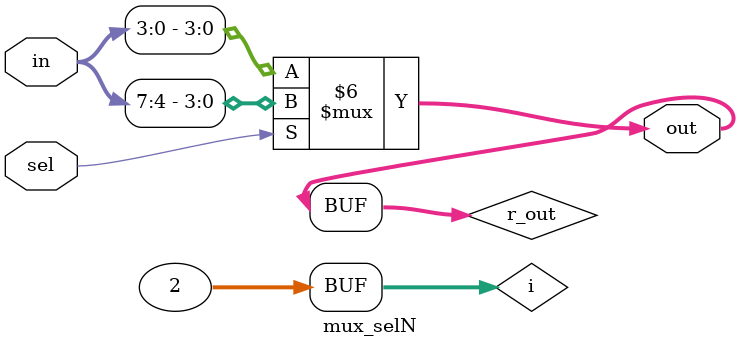
<source format=v>
module mux_selN #(
    parameter SEL_WIDTH = 1,  // select signal's width
    parameter IN_WIDTH  = 4   // input bitwidth
) (
    input [IN_WIDTH*(2**SEL_WIDTH)-1:0] in,
    input [SEL_WIDTH-1:0] sel,
    output [IN_WIDTH-1:0] out
);

    integer i;
    reg [IN_WIDTH-1:0] r_out;
    always @(*) begin
        r_out = in[IN_WIDTH-1:0];
        for (i = 0; i < 2 ** SEL_WIDTH; i = i + 1) begin
            if (sel == i) r_out = in[IN_WIDTH*i+:IN_WIDTH];
        end
    end

    assign out = r_out;

endmodule

</source>
